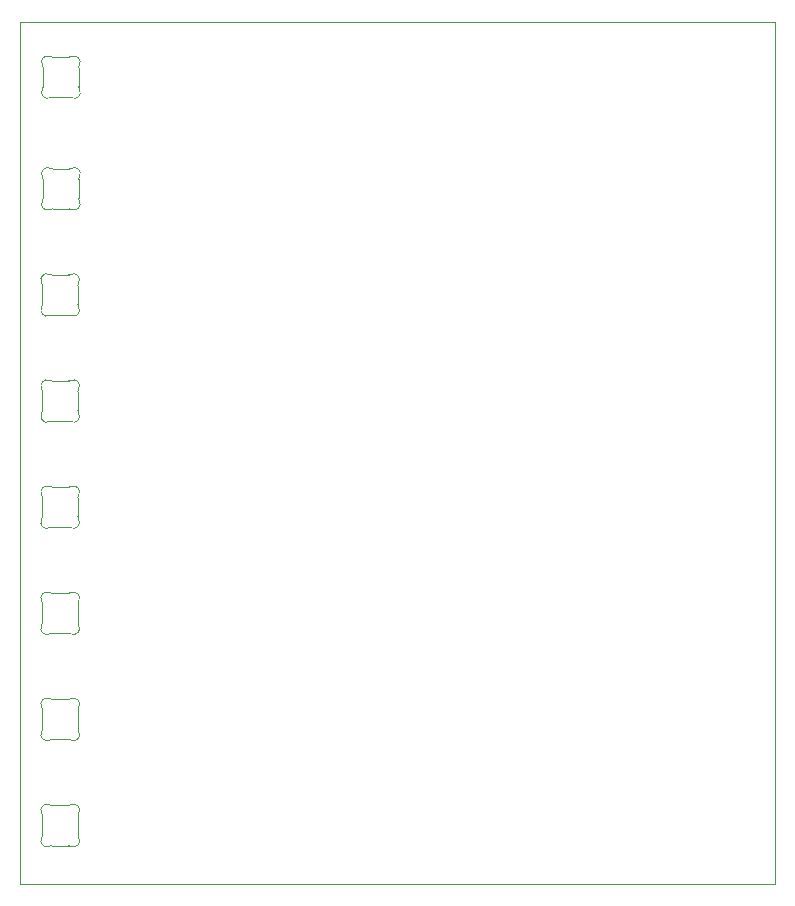
<source format=gbr>
%TF.GenerationSoftware,KiCad,Pcbnew,9.0.6*%
%TF.CreationDate,2025-12-02T21:56:05+08:00*%
%TF.ProjectId,Macropad,4d616372-6f70-4616-942e-6b696361645f,rev?*%
%TF.SameCoordinates,Original*%
%TF.FileFunction,Profile,NP*%
%FSLAX46Y46*%
G04 Gerber Fmt 4.6, Leading zero omitted, Abs format (unit mm)*
G04 Created by KiCad (PCBNEW 9.0.6) date 2025-12-02 21:56:05*
%MOMM*%
%LPD*%
G01*
G04 APERTURE LIST*
%TA.AperFunction,Profile*%
%ADD10C,0.100000*%
%TD*%
G04 APERTURE END LIST*
D10*
X42500000Y-80300000D02*
X106500000Y-80300000D01*
X106500000Y-153300000D01*
X42500000Y-153300000D01*
X42500000Y-80300000D01*
%TO.C,LED2*%
X44500000Y-85794452D02*
X44500000Y-84205547D01*
X45297157Y-83300001D02*
X46702841Y-83300001D01*
X46702841Y-86699999D02*
X45297157Y-86699999D01*
X47499999Y-84205548D02*
X47499999Y-85794452D01*
X44431702Y-83953289D02*
G75*
G02*
X44499999Y-84205547I-431692J-252251D01*
G01*
X44431702Y-83953289D02*
G75*
G02*
X45080278Y-83250517I431698J252259D01*
G01*
X44499999Y-85794453D02*
G75*
G02*
X44431700Y-86046711I-500009J3D01*
G01*
X45080279Y-86749484D02*
G75*
G02*
X44431700Y-86046711I-216878J450515D01*
G01*
X45080279Y-86749484D02*
G75*
G02*
X45297157Y-86699999I216876J-450505D01*
G01*
X45297156Y-83300001D02*
G75*
G02*
X45080279Y-83250516I84J500361D01*
G01*
X46702842Y-86699999D02*
G75*
G02*
X46919720Y-86749484I2J-499990D01*
G01*
X46919718Y-83250516D02*
G75*
G02*
X47568301Y-83953290I216882J-450514D01*
G01*
X46919720Y-83250516D02*
G75*
G02*
X46702841Y-83299976I-216820J450516D01*
G01*
X47499999Y-84205548D02*
G75*
G02*
X47568298Y-83953289I500011J-2D01*
G01*
X47568296Y-86046711D02*
G75*
G02*
X46919720Y-86749484I-431700J-252258D01*
G01*
X47568298Y-86046710D02*
G75*
G02*
X47499999Y-85794452I431710J252261D01*
G01*
%TO.C,LED3*%
X44500000Y-95250787D02*
X44500000Y-93661882D01*
X45297157Y-92756336D02*
X46702841Y-92756336D01*
X46702841Y-96156334D02*
X45297157Y-96156334D01*
X47499999Y-93661883D02*
X47499999Y-95250787D01*
X44431702Y-93409624D02*
G75*
G02*
X44499999Y-93661882I-431692J-252251D01*
G01*
X44431702Y-93409624D02*
G75*
G02*
X45080278Y-92706852I431698J252259D01*
G01*
X44499999Y-95250788D02*
G75*
G02*
X44431700Y-95503046I-500009J3D01*
G01*
X45080279Y-96205819D02*
G75*
G02*
X44431700Y-95503046I-216878J450515D01*
G01*
X45080279Y-96205819D02*
G75*
G02*
X45297157Y-96156334I216876J-450505D01*
G01*
X45297156Y-92756336D02*
G75*
G02*
X45080279Y-92706851I84J500361D01*
G01*
X46702842Y-96156334D02*
G75*
G02*
X46919720Y-96205819I2J-499990D01*
G01*
X46919718Y-92706851D02*
G75*
G02*
X47568301Y-93409625I216882J-450514D01*
G01*
X46919720Y-92706851D02*
G75*
G02*
X46702841Y-92756311I-216820J450516D01*
G01*
X47499999Y-93661883D02*
G75*
G02*
X47568298Y-93409624I500011J-2D01*
G01*
X47568296Y-95503046D02*
G75*
G02*
X46919720Y-96205819I-431700J-252258D01*
G01*
X47568298Y-95503045D02*
G75*
G02*
X47499999Y-95250787I431710J252261D01*
G01*
%TO.C,LED7*%
X44443750Y-131188230D02*
X44443750Y-129599325D01*
X45240907Y-128693779D02*
X46646591Y-128693779D01*
X46646591Y-132093777D02*
X45240907Y-132093777D01*
X47443749Y-129599326D02*
X47443749Y-131188230D01*
X44375452Y-129347067D02*
G75*
G02*
X44443749Y-129599325I-431692J-252251D01*
G01*
X44375452Y-129347067D02*
G75*
G02*
X45024028Y-128644295I431698J252259D01*
G01*
X44443749Y-131188231D02*
G75*
G02*
X44375450Y-131440489I-500009J3D01*
G01*
X45024029Y-132143262D02*
G75*
G02*
X44375450Y-131440489I-216878J450515D01*
G01*
X45024029Y-132143262D02*
G75*
G02*
X45240907Y-132093777I216876J-450505D01*
G01*
X45240906Y-128693779D02*
G75*
G02*
X45024029Y-128644294I84J500361D01*
G01*
X46646592Y-132093777D02*
G75*
G02*
X46863470Y-132143262I2J-499990D01*
G01*
X46863468Y-128644294D02*
G75*
G02*
X47512051Y-129347068I216882J-450514D01*
G01*
X46863470Y-128644294D02*
G75*
G02*
X46646591Y-128693754I-216820J450516D01*
G01*
X47443749Y-129599326D02*
G75*
G02*
X47512048Y-129347067I500011J-2D01*
G01*
X47512046Y-131440489D02*
G75*
G02*
X46863470Y-132143262I-431700J-252258D01*
G01*
X47512048Y-131440488D02*
G75*
G02*
X47443749Y-131188230I431710J252261D01*
G01*
%TO.C,LED4*%
X44443750Y-104235148D02*
X44443750Y-102646243D01*
X45240907Y-101740697D02*
X46646591Y-101740697D01*
X46646591Y-105140695D02*
X45240907Y-105140695D01*
X47443749Y-102646244D02*
X47443749Y-104235148D01*
X44375452Y-102393985D02*
G75*
G02*
X44443749Y-102646243I-431692J-252251D01*
G01*
X44375452Y-102393985D02*
G75*
G02*
X45024028Y-101691213I431698J252259D01*
G01*
X44443749Y-104235149D02*
G75*
G02*
X44375450Y-104487407I-500009J3D01*
G01*
X45024029Y-105190180D02*
G75*
G02*
X44375450Y-104487407I-216878J450515D01*
G01*
X45024029Y-105190180D02*
G75*
G02*
X45240907Y-105140695I216876J-450505D01*
G01*
X45240906Y-101740697D02*
G75*
G02*
X45024029Y-101691212I84J500361D01*
G01*
X46646592Y-105140695D02*
G75*
G02*
X46863470Y-105190180I2J-499990D01*
G01*
X46863468Y-101691212D02*
G75*
G02*
X47512051Y-102393986I216882J-450514D01*
G01*
X46863470Y-101691212D02*
G75*
G02*
X46646591Y-101740672I-216820J450516D01*
G01*
X47443749Y-102646244D02*
G75*
G02*
X47512048Y-102393985I500011J-2D01*
G01*
X47512046Y-104487407D02*
G75*
G02*
X46863470Y-105190180I-431700J-252258D01*
G01*
X47512048Y-104487406D02*
G75*
G02*
X47443749Y-104235148I431710J252261D01*
G01*
%TO.C,LED5*%
X44443750Y-113219508D02*
X44443750Y-111630603D01*
X45240907Y-110725057D02*
X46646591Y-110725057D01*
X46646591Y-114125055D02*
X45240907Y-114125055D01*
X47443749Y-111630604D02*
X47443749Y-113219508D01*
X44375452Y-111378345D02*
G75*
G02*
X44443749Y-111630603I-431692J-252251D01*
G01*
X44375452Y-111378345D02*
G75*
G02*
X45024028Y-110675573I431698J252259D01*
G01*
X44443749Y-113219509D02*
G75*
G02*
X44375450Y-113471767I-500009J3D01*
G01*
X45024029Y-114174540D02*
G75*
G02*
X44375450Y-113471767I-216878J450515D01*
G01*
X45024029Y-114174540D02*
G75*
G02*
X45240907Y-114125055I216876J-450505D01*
G01*
X45240906Y-110725057D02*
G75*
G02*
X45024029Y-110675572I84J500361D01*
G01*
X46646592Y-114125055D02*
G75*
G02*
X46863470Y-114174540I2J-499990D01*
G01*
X46863468Y-110675572D02*
G75*
G02*
X47512051Y-111378346I216882J-450514D01*
G01*
X46863470Y-110675572D02*
G75*
G02*
X46646591Y-110725032I-216820J450516D01*
G01*
X47443749Y-111630604D02*
G75*
G02*
X47512048Y-111378345I500011J-2D01*
G01*
X47512046Y-113471767D02*
G75*
G02*
X46863470Y-114174540I-431700J-252258D01*
G01*
X47512048Y-113471766D02*
G75*
G02*
X47443749Y-113219508I431710J252261D01*
G01*
%TO.C,LED8*%
X44443750Y-149156952D02*
X44443750Y-147568047D01*
X45240907Y-146662501D02*
X46646591Y-146662501D01*
X46646591Y-150062499D02*
X45240907Y-150062499D01*
X47443749Y-147568048D02*
X47443749Y-149156952D01*
X44375452Y-147315789D02*
G75*
G02*
X44443749Y-147568047I-431692J-252251D01*
G01*
X44375452Y-147315789D02*
G75*
G02*
X45024028Y-146613017I431698J252259D01*
G01*
X44443749Y-149156953D02*
G75*
G02*
X44375450Y-149409211I-500009J3D01*
G01*
X45024029Y-150111984D02*
G75*
G02*
X44375450Y-149409211I-216878J450515D01*
G01*
X45024029Y-150111984D02*
G75*
G02*
X45240907Y-150062499I216876J-450505D01*
G01*
X45240906Y-146662501D02*
G75*
G02*
X45024029Y-146613016I84J500361D01*
G01*
X46646592Y-150062499D02*
G75*
G02*
X46863470Y-150111984I2J-499990D01*
G01*
X46863468Y-146613016D02*
G75*
G02*
X47512051Y-147315790I216882J-450514D01*
G01*
X46863470Y-146613016D02*
G75*
G02*
X46646591Y-146662476I-216820J450516D01*
G01*
X47443749Y-147568048D02*
G75*
G02*
X47512048Y-147315789I500011J-2D01*
G01*
X47512046Y-149409211D02*
G75*
G02*
X46863470Y-150111984I-431700J-252258D01*
G01*
X47512048Y-149409210D02*
G75*
G02*
X47443749Y-149156952I431710J252261D01*
G01*
%TO.C,LED1*%
X44443750Y-140172591D02*
X44443750Y-138583686D01*
X45240907Y-137678140D02*
X46646591Y-137678140D01*
X46646591Y-141078138D02*
X45240907Y-141078138D01*
X47443749Y-138583687D02*
X47443749Y-140172591D01*
X44375452Y-138331428D02*
G75*
G02*
X44443749Y-138583686I-431692J-252251D01*
G01*
X44375452Y-138331428D02*
G75*
G02*
X45024028Y-137628656I431698J252259D01*
G01*
X44443749Y-140172592D02*
G75*
G02*
X44375450Y-140424850I-500009J3D01*
G01*
X45024029Y-141127623D02*
G75*
G02*
X44375450Y-140424850I-216878J450515D01*
G01*
X45024029Y-141127623D02*
G75*
G02*
X45240907Y-141078138I216876J-450505D01*
G01*
X45240906Y-137678140D02*
G75*
G02*
X45024029Y-137628655I84J500361D01*
G01*
X46646592Y-141078138D02*
G75*
G02*
X46863470Y-141127623I2J-499990D01*
G01*
X46863468Y-137628655D02*
G75*
G02*
X47512051Y-138331429I216882J-450514D01*
G01*
X46863470Y-137628655D02*
G75*
G02*
X46646591Y-137678115I-216820J450516D01*
G01*
X47443749Y-138583687D02*
G75*
G02*
X47512048Y-138331428I500011J-2D01*
G01*
X47512046Y-140424850D02*
G75*
G02*
X46863470Y-141127623I-431700J-252258D01*
G01*
X47512048Y-140424849D02*
G75*
G02*
X47443749Y-140172591I431710J252261D01*
G01*
%TO.C,LED6*%
X44443750Y-122203869D02*
X44443750Y-120614964D01*
X45240907Y-119709418D02*
X46646591Y-119709418D01*
X46646591Y-123109416D02*
X45240907Y-123109416D01*
X47443749Y-120614965D02*
X47443749Y-122203869D01*
X44375452Y-120362706D02*
G75*
G02*
X44443749Y-120614964I-431692J-252251D01*
G01*
X44375452Y-120362706D02*
G75*
G02*
X45024028Y-119659934I431698J252259D01*
G01*
X44443749Y-122203870D02*
G75*
G02*
X44375450Y-122456128I-500009J3D01*
G01*
X45024029Y-123158901D02*
G75*
G02*
X44375450Y-122456128I-216878J450515D01*
G01*
X45024029Y-123158901D02*
G75*
G02*
X45240907Y-123109416I216876J-450505D01*
G01*
X45240906Y-119709418D02*
G75*
G02*
X45024029Y-119659933I84J500361D01*
G01*
X46646592Y-123109416D02*
G75*
G02*
X46863470Y-123158901I2J-499990D01*
G01*
X46863468Y-119659933D02*
G75*
G02*
X47512051Y-120362707I216882J-450514D01*
G01*
X46863470Y-119659933D02*
G75*
G02*
X46646591Y-119709393I-216820J450516D01*
G01*
X47443749Y-120614965D02*
G75*
G02*
X47512048Y-120362706I500011J-2D01*
G01*
X47512046Y-122456128D02*
G75*
G02*
X46863470Y-123158901I-431700J-252258D01*
G01*
X47512048Y-122456127D02*
G75*
G02*
X47443749Y-122203869I431710J252261D01*
G01*
%TD*%
M02*

</source>
